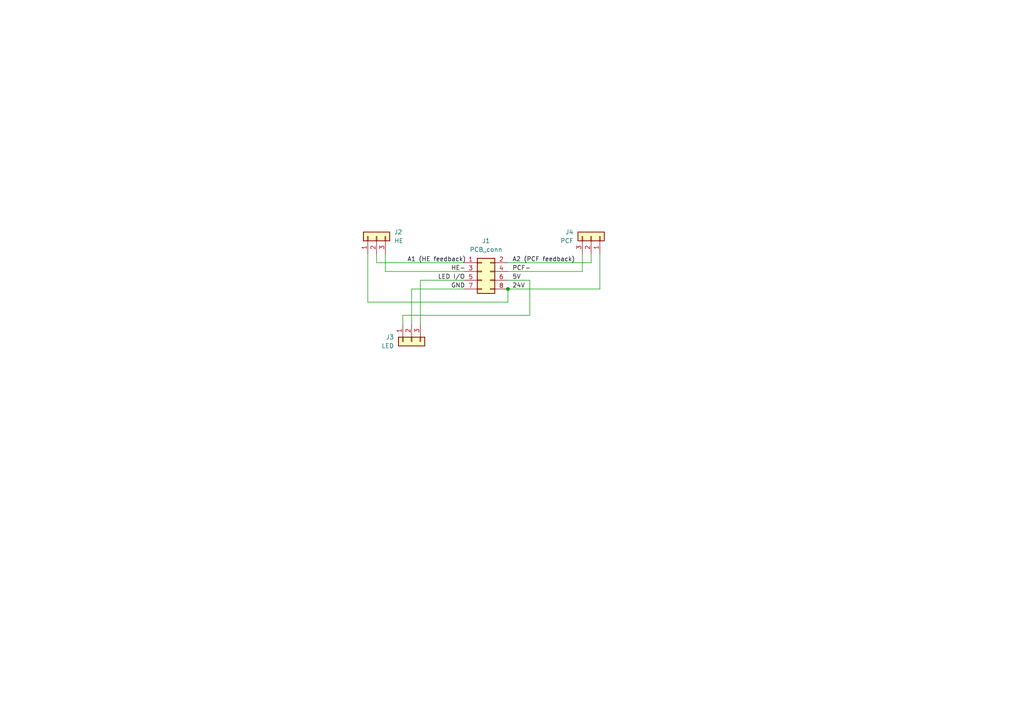
<source format=kicad_sch>
(kicad_sch (version 20250114) (generator "eeschema") (generator_version "9.0")
  (paper "A4")
  (lib_symbols
    (symbol "Connector_Generic:Conn_01x03" (pin_names (offset 1.016) (hide yes))
      (property "Reference" "J" (at 0 5.08 0))
      (property "Value" "Conn_01x03" (at 0 -5.08 0))
      (symbol "Conn_01x03_1_1"
        (rectangle (start -1.27 3.81) (end 1.27 -3.81) (stroke (width 0.254)) (fill (type background)))
        (rectangle (start -1.27 2.667) (end 0 2.413) (stroke (width 0.1524)))
        (rectangle (start -1.27 0.127) (end 0 -0.127) (stroke (width 0.1524)))
        (rectangle (start -1.27 -2.413) (end 0 -2.667) (stroke (width 0.1524)))
        (pin passive line (at -5.08 2.54 0) (length 3.81) (name "Pin_1") (number "1"))
        (pin passive line (at -5.08 0 0) (length 3.81) (name "Pin_2") (number "2"))
        (pin passive line (at -5.08 -2.54 0) (length 3.81) (name "Pin_3") (number "3"))
      )
    )
    (symbol "Connector_Generic:Conn_02x04_Odd_Even" (pin_names (offset 1.016) (hide yes))
      (property "Reference" "J" (at 1.27 5.08 0))
      (property "Value" "Conn_02x04_Odd_Even" (at 1.27 -7.62 0))
      (symbol "Conn_02x04_Odd_Even_1_1"
        (rectangle (start -1.27 3.81) (end 3.81 -6.35) (stroke (width 0.254)) (fill (type background)))
        (rectangle (start -1.27 2.667) (end 0 2.413) (stroke (width 0.1524)))
        (rectangle (start -1.27 0.127) (end 0 -0.127) (stroke (width 0.1524)))
        (rectangle (start -1.27 -2.413) (end 0 -2.667) (stroke (width 0.1524)))
        (rectangle (start -1.27 -4.953) (end 0 -5.207) (stroke (width 0.1524)))
        (rectangle (start 3.81 2.667) (end 2.54 2.413) (stroke (width 0.1524)))
        (rectangle (start 3.81 0.127) (end 2.54 -0.127) (stroke (width 0.1524)))
        (rectangle (start 3.81 -2.413) (end 2.54 -2.667) (stroke (width 0.1524)))
        (rectangle (start 3.81 -4.953) (end 2.54 -5.207) (stroke (width 0.1524)))
        (pin passive line (at -5.08 2.54 0) (length 3.81) (name "Pin_1") (number "1"))
        (pin passive line (at -5.08 0 0) (length 3.81) (name "Pin_3") (number "3"))
        (pin passive line (at -5.08 -2.54 0) (length 3.81) (name "Pin_5") (number "5"))
        (pin passive line (at -5.08 -5.08 0) (length 3.81) (name "Pin_7") (number "7"))
        (pin passive line (at 7.62 2.54 180) (length 3.81) (name "Pin_2") (number "2"))
        (pin passive line (at 7.62 0 180) (length 3.81) (name "Pin_4") (number "4"))
        (pin passive line (at 7.62 -2.54 180) (length 3.81) (name "Pin_6") (number "6"))
        (pin passive line (at 7.62 -5.08 180) (length 3.81) (name "Pin_8") (number "8"))
      )
    )
  )
  (junction (at 147.32 83.82))
  (wire (pts (xy 134.62 81.28) (xy 121.92 81.28)))
  (wire (pts (xy 109.22 76.2) (xy 134.62 76.2)))
  (wire (pts (xy 119.38 83.82) (xy 119.38 93.98)))
  (wire (pts (xy 111.76 78.74) (xy 134.62 78.74)))
  (wire (pts (xy 111.76 73.66) (xy 111.76 78.74)))
  (wire (pts (xy 147.32 87.63) (xy 106.68 87.63)))
  (wire (pts (xy 134.62 83.82) (xy 119.38 83.82)))
  (wire (pts (xy 171.45 76.2) (xy 171.45 73.66)))
  (wire (pts (xy 173.99 73.66) (xy 173.99 83.82)))
  (wire (pts (xy 147.32 78.74) (xy 168.91 78.74)))
  (wire (pts (xy 153.67 81.28) (xy 153.67 91.44)))
  (wire (pts (xy 116.84 91.44) (xy 116.84 93.98)))
  (wire (pts (xy 106.68 87.63) (xy 106.68 73.66)))
  (wire (pts (xy 147.32 76.2) (xy 171.45 76.2)))
  (wire (pts (xy 147.32 83.82) (xy 147.32 87.63)))
  (wire (pts (xy 153.67 91.44) (xy 116.84 91.44)))
  (wire (pts (xy 147.32 81.28) (xy 153.67 81.28)))
  (wire (pts (xy 147.32 83.82) (xy 173.99 83.82)))
  (wire (pts (xy 168.91 78.74) (xy 168.91 73.66)))
  (wire (pts (xy 121.92 81.28) (xy 121.92 93.98)))
  (wire (pts (xy 109.22 73.66) (xy 109.22 76.2)))
  (label "24V" (at 148.59 83.82 0))
  (label "5V" (at 148.59 81.28 0))
  (label "PCF-" (at 148.59 78.74 0))
  (label "GND" (at 130.81 83.82 0))
  (label "A2 (PCF feedback)" (at 148.59 76.2 0))
  (label "HE-" (at 130.81 78.74 0))
  (label "LED I{slash}O" (at 127 81.28 0))
  (label "A1 (HE feedback)" (at 118.11 76.2 0))
  (symbol (lib_id "Connector_Generic:Conn_01x03") (at 119.38 99.06 90) (mirror x) (unit 1)
    (property "Reference" "J3" (at 114.3 97.79 90) (effects (justify left)))
    (property "Value" "LED" (at 114.3 100.33 90) (effects (justify left)))
    (property "Footprint" "Connector_PinSocket_2.00mm:PinSocket_1x03_P2.00mm_Vertical" (effects (hide yes)))
  )
  (symbol (lib_id "Connector_Generic:Conn_01x03") (at 171.45 68.58 270) (mirror x) (unit 1)
    (property "Reference" "J4" (at 166.37 67.31 90) (effects (justify right)))
    (property "Value" "PCF" (at 166.37 69.85 90) (effects (justify right)))
    (property "Footprint" "Connector_PinSocket_2.00mm:PinSocket_1x03_P2.00mm_Vertical" (effects (hide yes)))
  )
  (symbol (lib_id "Connector_Generic:Conn_02x04_Odd_Even") (at 139.7 78.74 0) (unit 1)
    (property "Reference" "J1" (at 140.97 69.85 0))
    (property "Value" "PCB_conn" (at 140.97 72.39 0))
    (property "Footprint" "Connector_PinSocket_2.54mm:PinSocket_2x04_P2.54mm_Vertical" (effects (hide yes)))
  )
  (symbol (lib_id "Connector_Generic:Conn_01x03") (at 109.22 68.58 90) (unit 1)
    (property "Reference" "J2" (at 114.3 67.31 90) (effects (justify right)))
    (property "Value" "HE" (at 114.3 69.85 90) (effects (justify right)))
    (property "Footprint" "Connector_PinSocket_2.00mm:PinSocket_1x03_P2.00mm_Vertical" (effects (hide yes)))
  )
)
</source>
